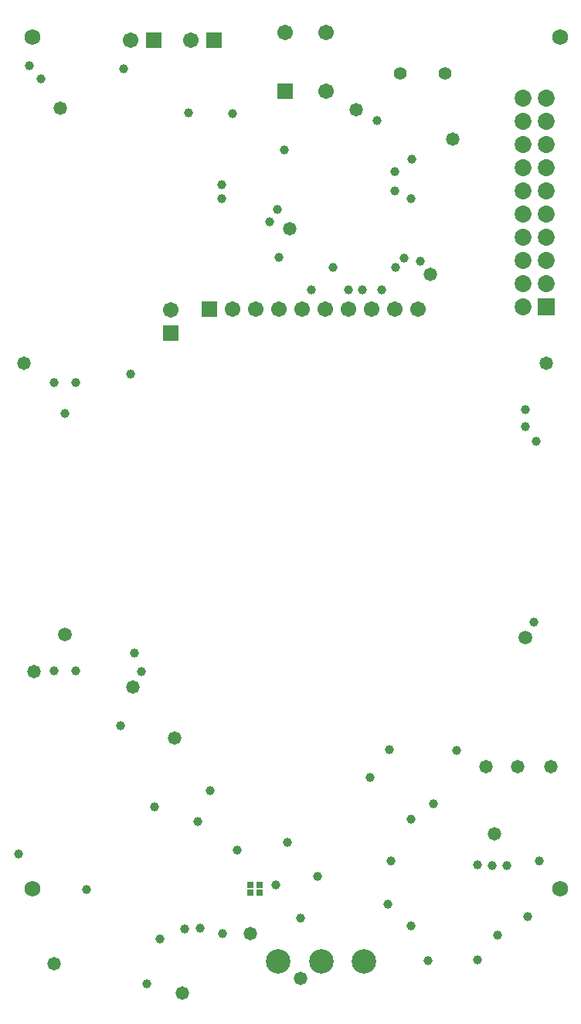
<source format=gbs>
G04*
G04 #@! TF.GenerationSoftware,Altium Limited,Altium Designer,20.0.11 (256)*
G04*
G04 Layer_Color=16711935*
%FSLAX25Y25*%
%MOIN*%
G70*
G01*
G75*
%ADD90R,0.02572X0.02572*%
%ADD133R,0.06706X0.06706*%
%ADD134C,0.06706*%
%ADD135C,0.03950*%
%ADD136C,0.05918*%
%ADD137R,0.06706X0.06706*%
%ADD138C,0.10564*%
%ADD139C,0.05524*%
%ADD140R,0.07303X0.07303*%
%ADD141C,0.07303*%
%ADD142C,0.06800*%
%ADD143C,0.05800*%
D90*
X107874Y48425D02*
D03*
Y51575D02*
D03*
X103937Y51575D02*
D03*
Y48425D02*
D03*
D133*
X62205Y416142D02*
D03*
X88189D02*
D03*
X86378Y299890D02*
D03*
D134*
X52205Y416142D02*
D03*
X78189D02*
D03*
X69685Y299764D02*
D03*
X106378Y299890D02*
D03*
X176378D02*
D03*
X166378D02*
D03*
X156378D02*
D03*
X146378D02*
D03*
X136378D02*
D03*
X126378D02*
D03*
X116378D02*
D03*
X96378D02*
D03*
X136811Y393898D02*
D03*
Y419488D02*
D03*
X119095D02*
D03*
D135*
X222500Y256713D02*
D03*
X24075Y255138D02*
D03*
X19425Y268425D02*
D03*
X158661Y381500D02*
D03*
X118595Y368583D02*
D03*
X96378Y384433D02*
D03*
X192904Y109851D02*
D03*
X222500Y249232D02*
D03*
X28724Y144106D02*
D03*
X47894Y120472D02*
D03*
X52284Y271981D02*
D03*
X54012Y151575D02*
D03*
X177165Y320866D02*
D03*
X166378Y351000D02*
D03*
X77165Y384539D02*
D03*
X116177Y322300D02*
D03*
X115525Y343144D02*
D03*
X112205Y337795D02*
D03*
X91587Y353792D02*
D03*
Y347638D02*
D03*
X173333D02*
D03*
X49213Y403543D02*
D03*
X166342Y359449D02*
D03*
X13780Y399310D02*
D03*
X57087Y143839D02*
D03*
X19425Y144106D02*
D03*
X130209Y308268D02*
D03*
X139779Y318015D02*
D03*
X166535D02*
D03*
X146457Y308268D02*
D03*
X160630D02*
D03*
X152362D02*
D03*
X173522Y364605D02*
D03*
X8661Y405094D02*
D03*
X170453Y322067D02*
D03*
X227165Y242933D02*
D03*
X226378Y165055D02*
D03*
X163985Y110061D02*
D03*
X28724Y268425D02*
D03*
X75590Y32717D02*
D03*
X163394Y43307D02*
D03*
X214567Y60102D02*
D03*
X183071Y86614D02*
D03*
X173228Y79921D02*
D03*
X164567Y62017D02*
D03*
X155512Y98032D02*
D03*
X133071Y55512D02*
D03*
X82382Y33004D02*
D03*
X98420Y66732D02*
D03*
X125591Y37471D02*
D03*
X81161Y79035D02*
D03*
X120079Y70079D02*
D03*
X86614Y92520D02*
D03*
X114961Y51575D02*
D03*
X62598Y85433D02*
D03*
X3937Y64961D02*
D03*
X202000Y19532D02*
D03*
X92126Y30795D02*
D03*
X208378Y60102D02*
D03*
X228552Y62017D02*
D03*
X201969Y60236D02*
D03*
X173228Y33945D02*
D03*
X180709Y18941D02*
D03*
X210583Y30008D02*
D03*
X223661Y37882D02*
D03*
X64961Y28346D02*
D03*
X59449Y9188D02*
D03*
X33303Y49606D02*
D03*
D136*
X222500Y158287D02*
D03*
X24075Y159862D02*
D03*
D137*
X69685Y289764D02*
D03*
X119095Y393898D02*
D03*
D138*
X153150Y18744D02*
D03*
X134646D02*
D03*
X116142D02*
D03*
D139*
X187953Y401575D02*
D03*
X168740D02*
D03*
D140*
X231500Y301000D02*
D03*
D141*
X221500D02*
D03*
X231500Y311000D02*
D03*
X221500D02*
D03*
X231500Y321000D02*
D03*
X221500D02*
D03*
X231500Y331000D02*
D03*
X221500D02*
D03*
X231500Y341000D02*
D03*
X221500D02*
D03*
X231500Y351000D02*
D03*
X221500D02*
D03*
X231500Y361000D02*
D03*
X221500D02*
D03*
X231500Y371000D02*
D03*
X221500D02*
D03*
X231500Y381000D02*
D03*
X221500D02*
D03*
X231500Y391000D02*
D03*
X221500D02*
D03*
D142*
X237500Y417500D02*
D03*
X10000D02*
D03*
X237500Y50000D02*
D03*
X10000D02*
D03*
D143*
X233645Y102756D02*
D03*
X209291Y73852D02*
D03*
X149638Y385929D02*
D03*
X191339Y373414D02*
D03*
X53351Y136980D02*
D03*
X22109Y386785D02*
D03*
X121088Y334750D02*
D03*
X181745Y314961D02*
D03*
X231496Y276772D02*
D03*
X219291Y102756D02*
D03*
X205658D02*
D03*
X6299Y276772D02*
D03*
X10630Y143846D02*
D03*
X125591Y11425D02*
D03*
X71155Y114911D02*
D03*
X74803Y5118D02*
D03*
X103937Y30795D02*
D03*
X19291Y17563D02*
D03*
M02*

</source>
